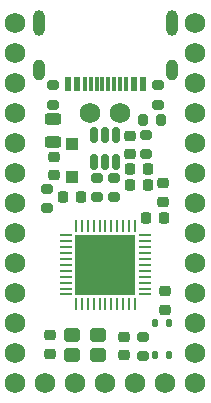
<source format=gbr>
%TF.GenerationSoftware,KiCad,Pcbnew,(6.0.1)*%
%TF.CreationDate,2022-01-23T22:32:30+01:00*%
%TF.ProjectId,pluto,706c7574-6f2e-46b6-9963-61645f706362,1.0*%
%TF.SameCoordinates,Original*%
%TF.FileFunction,Soldermask,Top*%
%TF.FilePolarity,Negative*%
%FSLAX46Y46*%
G04 Gerber Fmt 4.6, Leading zero omitted, Abs format (unit mm)*
G04 Created by KiCad (PCBNEW (6.0.1)) date 2022-01-23 22:32:30*
%MOMM*%
%LPD*%
G01*
G04 APERTURE LIST*
G04 Aperture macros list*
%AMRoundRect*
0 Rectangle with rounded corners*
0 $1 Rounding radius*
0 $2 $3 $4 $5 $6 $7 $8 $9 X,Y pos of 4 corners*
0 Add a 4 corners polygon primitive as box body*
4,1,4,$2,$3,$4,$5,$6,$7,$8,$9,$2,$3,0*
0 Add four circle primitives for the rounded corners*
1,1,$1+$1,$2,$3*
1,1,$1+$1,$4,$5*
1,1,$1+$1,$6,$7*
1,1,$1+$1,$8,$9*
0 Add four rect primitives between the rounded corners*
20,1,$1+$1,$2,$3,$4,$5,0*
20,1,$1+$1,$4,$5,$6,$7,0*
20,1,$1+$1,$6,$7,$8,$9,0*
20,1,$1+$1,$8,$9,$2,$3,0*%
G04 Aperture macros list end*
%ADD10RoundRect,0.225000X0.225000X0.250000X-0.225000X0.250000X-0.225000X-0.250000X0.225000X-0.250000X0*%
%ADD11C,1.752600*%
%ADD12RoundRect,0.200000X-0.275000X0.200000X-0.275000X-0.200000X0.275000X-0.200000X0.275000X0.200000X0*%
%ADD13R,5.200000X5.200000*%
%ADD14RoundRect,0.062500X-0.475000X0.062500X-0.475000X-0.062500X0.475000X-0.062500X0.475000X0.062500X0*%
%ADD15RoundRect,0.062500X-0.062500X0.475000X-0.062500X-0.475000X0.062500X-0.475000X0.062500X0.475000X0*%
%ADD16RoundRect,0.200000X0.275000X-0.200000X0.275000X0.200000X-0.275000X0.200000X-0.275000X-0.200000X0*%
%ADD17RoundRect,0.243750X-0.456250X0.243750X-0.456250X-0.243750X0.456250X-0.243750X0.456250X0.243750X0*%
%ADD18RoundRect,0.225000X0.250000X-0.225000X0.250000X0.225000X-0.250000X0.225000X-0.250000X-0.225000X0*%
%ADD19RoundRect,0.150000X-0.150000X0.512500X-0.150000X-0.512500X0.150000X-0.512500X0.150000X0.512500X0*%
%ADD20RoundRect,0.300000X0.400000X0.300000X-0.400000X0.300000X-0.400000X-0.300000X0.400000X-0.300000X0*%
%ADD21RoundRect,0.170000X-0.330000X0.255000X-0.330000X-0.255000X0.330000X-0.255000X0.330000X0.255000X0*%
%ADD22RoundRect,0.225000X-0.250000X0.225000X-0.250000X-0.225000X0.250000X-0.225000X0.250000X0.225000X0*%
%ADD23RoundRect,0.275000X0.275000X-0.275000X0.275000X0.275000X-0.275000X0.275000X-0.275000X-0.275000X0*%
%ADD24O,1.000000X2.200000*%
%ADD25O,1.000000X1.800000*%
%ADD26R,0.600000X1.150000*%
%ADD27R,0.300000X1.150000*%
%ADD28RoundRect,0.170000X0.255000X0.330000X-0.255000X0.330000X-0.255000X-0.330000X0.255000X-0.330000X0*%
%ADD29RoundRect,0.137500X-0.137500X0.212500X-0.137500X-0.212500X0.137500X-0.212500X0.137500X0.212500X0*%
G04 APERTURE END LIST*
D10*
%TO.C,C9*%
X108915000Y-65655000D03*
X110465000Y-65655000D03*
%TD*%
D11*
%TO.C,J3*%
X105580000Y-59575000D03*
X108120000Y-59575000D03*
X114470000Y-51955000D03*
X114470000Y-54495000D03*
X114470000Y-57035000D03*
X114470000Y-59575000D03*
X114470000Y-62115000D03*
X114470000Y-64655000D03*
X114470000Y-67195000D03*
X114470000Y-69735000D03*
X114470000Y-72275000D03*
X114470000Y-74815000D03*
X114470000Y-77355000D03*
X114470000Y-79895000D03*
X114470000Y-82435000D03*
X111930000Y-82435000D03*
X109390000Y-82435000D03*
X106850000Y-82435000D03*
X104310000Y-82435000D03*
X101770000Y-82435000D03*
X99230000Y-82435000D03*
X99230000Y-79895000D03*
X99230000Y-77355000D03*
X99230000Y-74815000D03*
X99230000Y-72275000D03*
X99230000Y-69735000D03*
X99230000Y-67195000D03*
X99230000Y-64655000D03*
X99230000Y-62115000D03*
X99230000Y-59575000D03*
X99230000Y-57035000D03*
X99230000Y-54495000D03*
X99230000Y-51955000D03*
%TD*%
D12*
%TO.C,R6*%
X110010000Y-80150000D03*
X110010000Y-78500000D03*
%TD*%
D13*
%TO.C,U2*%
X106860000Y-72435000D03*
D14*
X110197500Y-69935000D03*
X110197500Y-70435000D03*
X110197500Y-70935000D03*
X110197500Y-71435000D03*
X110197500Y-71935000D03*
X110197500Y-72435000D03*
X110197500Y-72935000D03*
X110197500Y-73435000D03*
X110197500Y-73935000D03*
X110197500Y-74435000D03*
X110197500Y-74935000D03*
D15*
X109360000Y-75772500D03*
X108860000Y-75772500D03*
X108360000Y-75772500D03*
X107860000Y-75772500D03*
X107360000Y-75772500D03*
X106860000Y-75772500D03*
X106360000Y-75772500D03*
X105860000Y-75772500D03*
X105360000Y-75772500D03*
X104860000Y-75772500D03*
X104360000Y-75772500D03*
D14*
X103522500Y-74935000D03*
X103522500Y-74435000D03*
X103522500Y-73935000D03*
X103522500Y-73435000D03*
X103522500Y-72935000D03*
X103522500Y-72435000D03*
X103522500Y-71935000D03*
X103522500Y-71435000D03*
X103522500Y-70935000D03*
X103522500Y-70435000D03*
X103522500Y-69935000D03*
D15*
X104360000Y-69097500D03*
X104860000Y-69097500D03*
X105360000Y-69097500D03*
X105860000Y-69097500D03*
X106360000Y-69097500D03*
X106860000Y-69097500D03*
X107360000Y-69097500D03*
X107860000Y-69097500D03*
X108360000Y-69097500D03*
X108860000Y-69097500D03*
X109360000Y-69097500D03*
%TD*%
D16*
%TO.C,R1*%
X111290000Y-57240000D03*
X111290000Y-58890000D03*
%TD*%
D17*
%TO.C,F1*%
X102430000Y-61992500D03*
X102430000Y-60117500D03*
%TD*%
D18*
%TO.C,C6*%
X108460000Y-78510000D03*
X108460000Y-80060000D03*
%TD*%
D19*
%TO.C,U1*%
X107790000Y-63682500D03*
X106840000Y-63682500D03*
X105890000Y-63682500D03*
X105890000Y-61407500D03*
X106840000Y-61407500D03*
X107790000Y-61407500D03*
%TD*%
D18*
%TO.C,C7*%
X102520000Y-63260000D03*
X102520000Y-64810000D03*
%TD*%
D20*
%TO.C,Y1*%
X106200000Y-80085000D03*
X104000000Y-80085000D03*
X104000000Y-78385000D03*
X106200000Y-78385000D03*
%TD*%
D21*
%TO.C,FB2*%
X110290000Y-63075000D03*
X110290000Y-61475000D03*
%TD*%
D22*
%TO.C,C4*%
X111930000Y-76210000D03*
X111930000Y-74660000D03*
%TD*%
D12*
%TO.C,R2*%
X102400000Y-58885000D03*
X102400000Y-57235000D03*
%TD*%
D22*
%TO.C,C1*%
X108950000Y-63040000D03*
X108950000Y-61490000D03*
%TD*%
%TO.C,C5*%
X102180000Y-79940000D03*
X102180000Y-78390000D03*
%TD*%
D23*
%TO.C,D1*%
X104040000Y-62227500D03*
X104040000Y-65027500D03*
%TD*%
D24*
%TO.C,J1*%
X112470000Y-51935000D03*
X101230000Y-51935000D03*
D25*
X101230000Y-55935000D03*
X112470000Y-55935000D03*
D26*
X110050000Y-57135000D03*
X109250000Y-57135000D03*
D27*
X108600000Y-57135000D03*
X107600000Y-57135000D03*
X106100000Y-57135000D03*
X105100000Y-57135000D03*
D26*
X104450000Y-57135000D03*
X103650000Y-57135000D03*
X103650000Y-57135000D03*
X104450000Y-57135000D03*
D27*
X105600000Y-57135000D03*
X106600000Y-57135000D03*
X107100000Y-57135000D03*
X108100000Y-57135000D03*
D26*
X109250000Y-57135000D03*
X110050000Y-57135000D03*
%TD*%
D10*
%TO.C,C10*%
X103265000Y-66665000D03*
X104815000Y-66665000D03*
%TD*%
D18*
%TO.C,C8*%
X111740000Y-65520000D03*
X111740000Y-67070000D03*
%TD*%
D28*
%TO.C,FB1*%
X110000000Y-60175000D03*
X111600000Y-60175000D03*
%TD*%
D12*
%TO.C,R3*%
X101930000Y-67620000D03*
X101930000Y-65970000D03*
%TD*%
D29*
%TO.C,SW1*%
X111085000Y-80045000D03*
X111085000Y-77345000D03*
X112235000Y-77345000D03*
X112235000Y-80045000D03*
%TD*%
D10*
%TO.C,C2*%
X108925000Y-64335000D03*
X110475000Y-64335000D03*
%TD*%
D16*
%TO.C,R4*%
X106160000Y-65070000D03*
X106160000Y-66720000D03*
%TD*%
D10*
%TO.C,C3*%
X110285000Y-68475000D03*
X111835000Y-68475000D03*
%TD*%
D16*
%TO.C,R5*%
X107550000Y-65070000D03*
X107550000Y-66720000D03*
%TD*%
M02*

</source>
